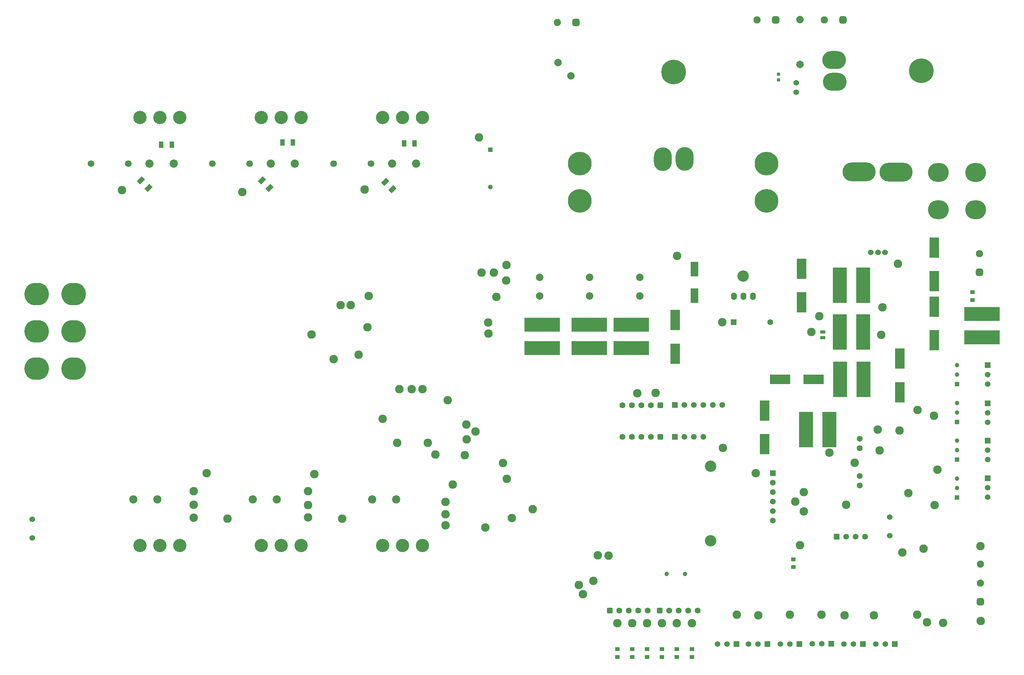
<source format=gbr>
%TF.GenerationSoftware,Altium Limited,Altium Designer,21.6.4 (81)*%
G04 Layer_Color=255*
%FSLAX43Y43*%
%MOMM*%
%TF.SameCoordinates,76D5CAF9-2094-4FD7-9A7B-915B2AFADFAF*%
%TF.FilePolarity,Positive*%
%TF.FileFunction,Pads,Top*%
%TF.Part,Single*%
G01*
G75*
%TA.AperFunction,SMDPad,CuDef*%
%ADD17R,2.500X5.500*%
%ADD18R,5.500X2.500*%
%ADD19R,3.750X9.500*%
%ADD20R,9.500X3.750*%
%ADD21R,1.200X1.100*%
%ADD22R,1.350X0.950*%
%ADD23R,2.000X4.000*%
%ADD24R,0.900X0.850*%
G04:AMPARAMS|DCode=25|XSize=1.8mm|YSize=1.3mm|CornerRadius=0mm|HoleSize=0mm|Usage=FLASHONLY|Rotation=45.000|XOffset=0mm|YOffset=0mm|HoleType=Round|Shape=Rectangle|*
%AMROTATEDRECTD25*
4,1,4,-0.177,-1.096,-1.096,-0.177,0.177,1.096,1.096,0.177,-0.177,-1.096,0.0*
%
%ADD25ROTATEDRECTD25*%

%ADD26R,1.300X1.800*%
%TA.AperFunction,ComponentPad*%
%ADD37C,6.604*%
%ADD38C,1.524*%
%ADD39C,2.000*%
%ADD40C,3.556*%
%ADD41C,1.950*%
G04:AMPARAMS|DCode=42|XSize=1.95mm|YSize=1.95mm|CornerRadius=0.488mm|HoleSize=0mm|Usage=FLASHONLY|Rotation=90.000|XOffset=0mm|YOffset=0mm|HoleType=Round|Shape=RoundedRectangle|*
%AMROUNDEDRECTD42*
21,1,1.950,0.975,0,0,90.0*
21,1,0.975,1.950,0,0,90.0*
1,1,0.975,0.488,0.488*
1,1,0.975,0.488,-0.488*
1,1,0.975,-0.488,-0.488*
1,1,0.975,-0.488,0.488*
%
%ADD42ROUNDEDRECTD42*%
%ADD43C,2.286*%
%ADD44C,1.600*%
G04:AMPARAMS|DCode=45|XSize=1.6mm|YSize=1.6mm|CornerRadius=0.4mm|HoleSize=0mm|Usage=FLASHONLY|Rotation=180.000|XOffset=0mm|YOffset=0mm|HoleType=Round|Shape=RoundedRectangle|*
%AMROUNDEDRECTD45*
21,1,1.600,0.800,0,0,180.0*
21,1,0.800,1.600,0,0,180.0*
1,1,0.800,-0.400,0.400*
1,1,0.800,0.400,0.400*
1,1,0.800,0.400,-0.400*
1,1,0.800,-0.400,-0.400*
%
%ADD45ROUNDEDRECTD45*%
%ADD46C,1.550*%
%ADD47R,1.550X1.550*%
%ADD48R,1.500X1.500*%
%ADD49C,1.500*%
%ADD50R,1.550X1.550*%
%ADD51R,1.600X1.600*%
G04:AMPARAMS|DCode=52|XSize=1.95mm|YSize=1.95mm|CornerRadius=0.488mm|HoleSize=0mm|Usage=FLASHONLY|Rotation=180.000|XOffset=0mm|YOffset=0mm|HoleType=Round|Shape=RoundedRectangle|*
%AMROUNDEDRECTD52*
21,1,1.950,0.975,0,0,180.0*
21,1,0.975,1.950,0,0,180.0*
1,1,0.975,-0.488,0.488*
1,1,0.975,0.488,0.488*
1,1,0.975,0.488,-0.488*
1,1,0.975,-0.488,-0.488*
%
%ADD52ROUNDEDRECTD52*%
%ADD53O,4.826X6.350*%
%ADD54C,6.350*%
%ADD55O,6.350X4.826*%
%ADD56C,1.300*%
%ADD57R,1.300X1.300*%
%ADD58C,1.200*%
%ADD59R,1.200X1.200*%
%ADD60R,1.500X1.500*%
%ADD61C,2.200*%
%ADD62O,6.600X6.000*%
%ADD63O,5.588X5.080*%
%ADD64O,1.524X2.032*%
%ADD65C,3.048*%
%ADD66C,1.800*%
%ADD67O,8.890X5.080*%
D17*
X250000Y112500D02*
D03*
Y103500D02*
D03*
X180575Y84050D02*
D03*
Y93050D02*
D03*
X204525Y68775D02*
D03*
Y59775D02*
D03*
X240775Y73725D02*
D03*
Y82725D02*
D03*
X214450Y97825D02*
D03*
Y106825D02*
D03*
X250000Y96625D02*
D03*
Y87625D02*
D03*
D18*
X208625Y77175D02*
D03*
X217625D02*
D03*
D19*
X231025Y77175D02*
D03*
X224775D02*
D03*
X230900Y102350D02*
D03*
X224650D02*
D03*
X224650Y89883D02*
D03*
X230900D02*
D03*
X215650Y63725D02*
D03*
X221900D02*
D03*
D20*
X262800Y94650D02*
D03*
Y88400D02*
D03*
X144872Y85525D02*
D03*
Y91775D02*
D03*
X157565Y85525D02*
D03*
Y91775D02*
D03*
X168750Y85525D02*
D03*
Y91775D02*
D03*
D21*
X260200Y98418D02*
D03*
Y100518D02*
D03*
X212225Y26825D02*
D03*
Y28925D02*
D03*
X169021Y4871D02*
D03*
Y2771D02*
D03*
X173021Y4871D02*
D03*
Y2771D02*
D03*
X165021D02*
D03*
X177021D02*
D03*
X181021D02*
D03*
X185021D02*
D03*
X165021Y4871D02*
D03*
X177021D02*
D03*
X181021D02*
D03*
X185021D02*
D03*
D22*
X220100Y88325D02*
D03*
Y89825D02*
D03*
D23*
X185750Y106675D02*
D03*
Y99575D02*
D03*
D24*
X208246Y158967D02*
D03*
Y157417D02*
D03*
D25*
X37392Y130508D02*
D03*
X39408Y128492D02*
D03*
X71808D02*
D03*
X69792Y130508D02*
D03*
X102792Y130108D02*
D03*
X104808Y128092D02*
D03*
D26*
X75275Y140700D02*
D03*
X78125D02*
D03*
X107875Y140400D02*
D03*
X110725D02*
D03*
X42825Y140100D02*
D03*
X45675D02*
D03*
D37*
X246539Y159840D02*
D03*
X180160Y159539D02*
D03*
D38*
X8225Y34675D02*
D03*
Y39625D02*
D03*
X213000Y156655D02*
D03*
Y154155D02*
D03*
X238031Y35285D02*
D03*
Y40235D02*
D03*
X234873Y111221D02*
D03*
X232968D02*
D03*
X236778D02*
D03*
D39*
X171082Y99500D02*
D03*
Y104500D02*
D03*
X157632D02*
D03*
Y99500D02*
D03*
X144232D02*
D03*
Y104500D02*
D03*
X149107Y162068D02*
D03*
X152643Y158532D02*
D03*
X214000Y161575D02*
D03*
Y173575D02*
D03*
D40*
X107500Y147365D02*
D03*
X112834D02*
D03*
X102166D02*
D03*
X75000D02*
D03*
X80334D02*
D03*
X69666D02*
D03*
X42500D02*
D03*
X47834D02*
D03*
X37166D02*
D03*
X47834Y32635D02*
D03*
X42500D02*
D03*
X37166D02*
D03*
X75000D02*
D03*
X69666D02*
D03*
X80334D02*
D03*
X107500D02*
D03*
X102166D02*
D03*
X112834D02*
D03*
D41*
X262320Y22590D02*
D03*
Y27590D02*
D03*
X262075Y110875D02*
D03*
X202500Y173500D02*
D03*
X149000Y172800D02*
D03*
X220500Y173500D02*
D03*
D42*
X262320Y17590D02*
D03*
X262075Y105875D02*
D03*
D43*
X89030Y82561D02*
D03*
X95707Y83761D02*
D03*
X112782Y74555D02*
D03*
X98130Y91161D02*
D03*
X135450Y50525D02*
D03*
X83854Y51783D02*
D03*
X159850Y29975D02*
D03*
X202126Y51996D02*
D03*
X233795Y13916D02*
D03*
X124675Y61050D02*
D03*
X114275Y60125D02*
D03*
X134425Y54725D02*
D03*
X241450Y30740D02*
D03*
X154725Y22020D02*
D03*
X155868Y19547D02*
D03*
X158625Y23163D02*
D03*
X162682Y29925D02*
D03*
X221900Y57489D02*
D03*
X215000Y46910D02*
D03*
X212725Y44425D02*
D03*
X215000Y41775D02*
D03*
X226400Y43526D02*
D03*
X170378Y73427D02*
D03*
X175328Y73502D02*
D03*
X185021Y11821D02*
D03*
X181021D02*
D03*
X177021D02*
D03*
X173021D02*
D03*
X169021D02*
D03*
X165021D02*
D03*
X228620Y54822D02*
D03*
X32325Y127856D02*
D03*
X90869Y97088D02*
D03*
X217075Y89825D02*
D03*
X235800Y89075D02*
D03*
X225900Y13916D02*
D03*
X219749Y14101D02*
D03*
X202801Y13931D02*
D03*
X211253Y14079D02*
D03*
X193200Y92475D02*
D03*
X219183Y94070D02*
D03*
X235321Y58142D02*
D03*
X245496Y68984D02*
D03*
X250084Y43420D02*
D03*
X243081Y46709D02*
D03*
X250871Y52968D02*
D03*
X197027Y14100D02*
D03*
X135347Y107828D02*
D03*
X135225Y103650D02*
D03*
X130525Y89475D02*
D03*
X130466Y92400D02*
D03*
X132622Y99259D02*
D03*
X131950Y105743D02*
D03*
X128686Y105765D02*
D03*
X109932Y74555D02*
D03*
X106675D02*
D03*
X116300Y57000D02*
D03*
X106059Y60154D02*
D03*
X102136Y66538D02*
D03*
X93564Y97088D02*
D03*
X83082Y89211D02*
D03*
X240642Y63409D02*
D03*
X249925Y67393D02*
D03*
X236075Y96425D02*
D03*
X240270Y108168D02*
D03*
X181027Y110291D02*
D03*
X193375Y58750D02*
D03*
X234809Y63700D02*
D03*
X124622Y65080D02*
D03*
X127022Y63175D02*
D03*
X142349Y42380D02*
D03*
X136800Y40032D02*
D03*
X124145Y56832D02*
D03*
X119620Y71539D02*
D03*
X127950Y142000D02*
D03*
X213999Y32725D02*
D03*
X119000Y38050D02*
D03*
X82200Y40189D02*
D03*
X51535Y40075D02*
D03*
Y47151D02*
D03*
X60626Y39800D02*
D03*
X51535Y43525D02*
D03*
X55006Y51975D02*
D03*
X82200Y43440D02*
D03*
X91308Y39789D02*
D03*
X82200Y47190D02*
D03*
X129672Y37476D02*
D03*
X119000Y44322D02*
D03*
Y41040D02*
D03*
X120931Y48972D02*
D03*
X97325Y128025D02*
D03*
X64575Y127325D02*
D03*
X98396Y99522D02*
D03*
X245450Y14075D02*
D03*
X262340Y32480D02*
D03*
X262390Y12370D02*
D03*
X248000Y12016D02*
D03*
X252340Y11856D02*
D03*
X247064Y31800D02*
D03*
D44*
X171536Y70213D02*
D03*
X174076D02*
D03*
X166456D02*
D03*
X168996D02*
D03*
X171536Y61773D02*
D03*
X174076D02*
D03*
X166456D02*
D03*
X168996D02*
D03*
X181491Y15221D02*
D03*
X178951D02*
D03*
X184031D02*
D03*
X186571D02*
D03*
X206013Y92475D02*
D03*
X230000Y58730D02*
D03*
Y61270D02*
D03*
Y51270D02*
D03*
Y48730D02*
D03*
X173216Y15196D02*
D03*
X170676D02*
D03*
X165596D02*
D03*
X168136D02*
D03*
D45*
X176616Y70213D02*
D03*
Y61773D02*
D03*
X176411Y15221D02*
D03*
X163056Y15196D02*
D03*
D46*
X185550Y61775D02*
D03*
X183010D02*
D03*
X188090D02*
D03*
X183008Y70302D02*
D03*
X185548D02*
D03*
X188088D02*
D03*
X190628D02*
D03*
X193168D02*
D03*
X206752Y39297D02*
D03*
Y41836D02*
D03*
Y44376D02*
D03*
Y46917D02*
D03*
Y49457D02*
D03*
X231480Y35010D02*
D03*
X228940D02*
D03*
X226400D02*
D03*
D47*
X180470Y61775D02*
D03*
X180468Y70302D02*
D03*
X223860Y35010D02*
D03*
D48*
X239405Y6250D02*
D03*
X230850D02*
D03*
X222375Y6251D02*
D03*
X196942Y6225D02*
D03*
X213793Y6229D02*
D03*
X205285Y6220D02*
D03*
D49*
X236865Y6250D02*
D03*
X234325D02*
D03*
X228310D02*
D03*
X225770D02*
D03*
X219835Y6251D02*
D03*
X217295D02*
D03*
X194402Y6225D02*
D03*
X191862D02*
D03*
X211253Y6229D02*
D03*
X208713D02*
D03*
X202745Y6220D02*
D03*
X200205D02*
D03*
X264306Y55644D02*
D03*
Y58184D02*
D03*
Y45544D02*
D03*
Y48084D02*
D03*
Y75919D02*
D03*
Y78459D02*
D03*
Y65654D02*
D03*
Y68194D02*
D03*
D50*
X206752Y51996D02*
D03*
D51*
X196237Y92475D02*
D03*
D52*
X207500Y173500D02*
D03*
X154000Y172800D02*
D03*
X225500Y173500D02*
D03*
D53*
X177239Y136171D02*
D03*
X183081Y136298D02*
D03*
D54*
X205000Y135000D02*
D03*
Y125000D02*
D03*
X155000D02*
D03*
Y135000D02*
D03*
D55*
X223171Y162761D02*
D03*
X223298Y156919D02*
D03*
D56*
X131050Y128700D02*
D03*
D57*
Y138700D02*
D03*
D58*
X256111Y80939D02*
D03*
Y78399D02*
D03*
X256101Y70814D02*
D03*
Y68274D02*
D03*
X256111Y50599D02*
D03*
Y48059D02*
D03*
Y60749D02*
D03*
Y58209D02*
D03*
X178310Y25000D02*
D03*
X183190D02*
D03*
D59*
X256111Y75859D02*
D03*
X256101Y65734D02*
D03*
X256111Y45519D02*
D03*
Y55669D02*
D03*
D60*
X264306Y60724D02*
D03*
Y50624D02*
D03*
Y80999D02*
D03*
Y70734D02*
D03*
D61*
X99350Y45000D02*
D03*
X105800D02*
D03*
X67350D02*
D03*
X73800D02*
D03*
X35350D02*
D03*
X41800D02*
D03*
X46150Y135000D02*
D03*
X111150D02*
D03*
X104700D02*
D03*
X78650D02*
D03*
X72200D02*
D03*
X39700D02*
D03*
D62*
X9460Y100000D02*
D03*
X19366D02*
D03*
Y90000D02*
D03*
X9460D02*
D03*
X19366Y80000D02*
D03*
X9460D02*
D03*
D63*
X251100Y122650D02*
D03*
X261100D02*
D03*
X251100Y132650D02*
D03*
X261100D02*
D03*
D64*
X198852Y99414D02*
D03*
X196312D02*
D03*
X201392D02*
D03*
D65*
X198725Y104875D02*
D03*
X190000Y53874D02*
D03*
Y33935D02*
D03*
D66*
X24000Y135000D02*
D03*
X99000D02*
D03*
X89000D02*
D03*
X66500D02*
D03*
X56500D02*
D03*
X34000D02*
D03*
D67*
X229793Y132811D02*
D03*
X239699Y132684D02*
D03*
%TF.MD5,77f6f3d179e7c1dd1e73a365568f7a8d*%
M02*

</source>
